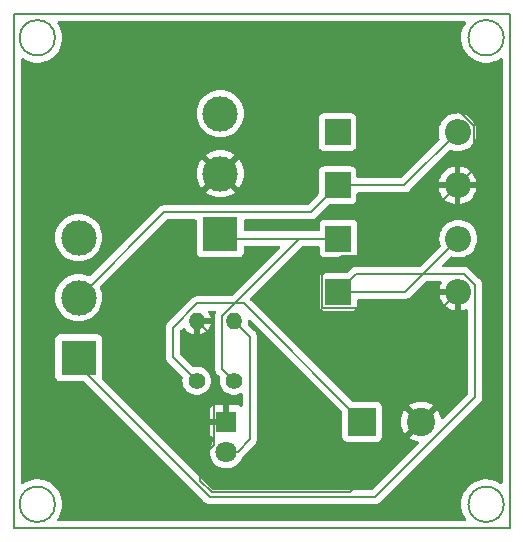
<source format=gbr>
%TF.GenerationSoftware,KiCad,Pcbnew,8.0.8*%
%TF.CreationDate,2025-01-25T14:39:54+05:30*%
%TF.ProjectId,AC to DC conveter,41432074-6f20-4444-9320-636f6e766574,rev?*%
%TF.SameCoordinates,Original*%
%TF.FileFunction,Copper,L1,Top*%
%TF.FilePolarity,Positive*%
%FSLAX46Y46*%
G04 Gerber Fmt 4.6, Leading zero omitted, Abs format (unit mm)*
G04 Created by KiCad (PCBNEW 8.0.8) date 2025-01-25 14:39:54*
%MOMM*%
%LPD*%
G01*
G04 APERTURE LIST*
%TA.AperFunction,NonConductor*%
%ADD10C,0.200000*%
%TD*%
%TA.AperFunction,ComponentPad*%
%ADD11C,1.400000*%
%TD*%
%TA.AperFunction,ComponentPad*%
%ADD12O,1.400000X1.400000*%
%TD*%
%TA.AperFunction,ComponentPad*%
%ADD13R,3.000000X3.000000*%
%TD*%
%TA.AperFunction,ComponentPad*%
%ADD14C,3.000000*%
%TD*%
%TA.AperFunction,ComponentPad*%
%ADD15R,1.800000X1.800000*%
%TD*%
%TA.AperFunction,ComponentPad*%
%ADD16C,1.800000*%
%TD*%
%TA.AperFunction,ComponentPad*%
%ADD17R,2.200000X2.200000*%
%TD*%
%TA.AperFunction,ComponentPad*%
%ADD18O,2.200000X2.200000*%
%TD*%
%TA.AperFunction,ComponentPad*%
%ADD19R,2.400000X2.400000*%
%TD*%
%TA.AperFunction,ComponentPad*%
%ADD20C,2.400000*%
%TD*%
%TA.AperFunction,Conductor*%
%ADD21C,0.200000*%
%TD*%
G04 APERTURE END LIST*
D10*
X176500000Y-50000000D02*
G75*
G02*
X173500000Y-50000000I-1500000J0D01*
G01*
X173500000Y-50000000D02*
G75*
G02*
X176500000Y-50000000I1500000J0D01*
G01*
X176500000Y-89500000D02*
G75*
G02*
X173500000Y-89500000I-1500000J0D01*
G01*
X173500000Y-89500000D02*
G75*
G02*
X176500000Y-89500000I1500000J0D01*
G01*
X214500000Y-89500000D02*
G75*
G02*
X211500000Y-89500000I-1500000J0D01*
G01*
X211500000Y-89500000D02*
G75*
G02*
X214500000Y-89500000I1500000J0D01*
G01*
X214500000Y-50000000D02*
G75*
G02*
X211500000Y-50000000I-1500000J0D01*
G01*
X211500000Y-50000000D02*
G75*
G02*
X214500000Y-50000000I1500000J0D01*
G01*
X173000000Y-48000000D02*
X215000000Y-48000000D01*
X215000000Y-91500000D01*
X173000000Y-91500000D01*
X173000000Y-48000000D01*
D11*
%TO.P,R2,1*%
%TO.N,/+ve*%
X191650000Y-79040000D03*
D12*
%TO.P,R2,2*%
%TO.N,Net-(D5-A)*%
X191650000Y-73960000D03*
%TD*%
D11*
%TO.P,R1,1*%
%TO.N,/+ve*%
X188500000Y-79040000D03*
D12*
%TO.P,R1,2*%
%TO.N,GND*%
X188500000Y-73960000D03*
%TD*%
D13*
%TO.P,J2,1,Pin_1*%
%TO.N,Net-(D3-A)*%
X178500000Y-77080000D03*
D14*
%TO.P,J2,2,Pin_2*%
%TO.N,Net-(D1-A)*%
X178500000Y-72000000D03*
%TO.P,J2,3*%
%TO.N,N/C*%
X178500000Y-66920000D03*
%TD*%
D13*
%TO.P,J1,1,Pin_1*%
%TO.N,/+ve*%
X190500000Y-66580000D03*
D14*
%TO.P,J1,2,Pin_2*%
%TO.N,GND*%
X190500000Y-61500000D03*
%TO.P,J1,3*%
%TO.N,N/C*%
X190500000Y-56420000D03*
%TD*%
D15*
%TO.P,D5,1,K*%
%TO.N,GND*%
X191000000Y-82500000D03*
D16*
%TO.P,D5,2,A*%
%TO.N,Net-(D5-A)*%
X191000000Y-85040000D03*
%TD*%
D17*
%TO.P,D4,1,K*%
%TO.N,Net-(D3-A)*%
X200500000Y-71500000D03*
D18*
%TO.P,D4,2,A*%
%TO.N,GND*%
X210660000Y-71500000D03*
%TD*%
D17*
%TO.P,D3,1,K*%
%TO.N,/+ve*%
X200500000Y-67000000D03*
D18*
%TO.P,D3,2,A*%
%TO.N,Net-(D3-A)*%
X210660000Y-67000000D03*
%TD*%
D17*
%TO.P,D2,1,K*%
%TO.N,Net-(D1-A)*%
X200420000Y-62500000D03*
D18*
%TO.P,D2,2,A*%
%TO.N,GND*%
X210580000Y-62500000D03*
%TD*%
D17*
%TO.P,D1,1,K*%
%TO.N,/+ve*%
X200420000Y-58000000D03*
D18*
%TO.P,D1,2,A*%
%TO.N,Net-(D1-A)*%
X210580000Y-58000000D03*
%TD*%
D19*
%TO.P,C1,1*%
%TO.N,/+ve*%
X202500000Y-82500000D03*
D20*
%TO.P,C1,2*%
%TO.N,GND*%
X207500000Y-82500000D03*
%TD*%
D21*
%TO.N,Net-(D5-A)*%
X193000000Y-75310000D02*
X191650000Y-73960000D01*
X191960000Y-85040000D02*
X193000000Y-84000000D01*
X193000000Y-84000000D02*
X193000000Y-75310000D01*
X191000000Y-85040000D02*
X191960000Y-85040000D01*
%TO.N,GND*%
X212000000Y-61080000D02*
X210580000Y-62500000D01*
X212000000Y-57440101D02*
X212000000Y-61080000D01*
X206059899Y-51500000D02*
X212000000Y-57440101D01*
X200500000Y-51500000D02*
X206059899Y-51500000D01*
X190500000Y-61500000D02*
X200500000Y-51500000D01*
%TO.N,Net-(D1-A)*%
X185720000Y-64780000D02*
X198140000Y-64780000D01*
X178500000Y-72000000D02*
X185720000Y-64780000D01*
X198140000Y-64780000D02*
X200420000Y-62500000D01*
%TO.N,GND*%
X199100000Y-72900000D02*
X209260000Y-72900000D01*
X200700000Y-68500000D02*
X199100000Y-70100000D01*
X209260000Y-72900000D02*
X210660000Y-71500000D01*
X204580000Y-68500000D02*
X200700000Y-68500000D01*
X210580000Y-62500000D02*
X204580000Y-68500000D01*
X199100000Y-70100000D02*
X199100000Y-72900000D01*
%TO.N,Net-(D1-A)*%
X200420000Y-62500000D02*
X206080000Y-62500000D01*
X206080000Y-62500000D02*
X210580000Y-58000000D01*
%TO.N,/+ve*%
X190920000Y-67000000D02*
X190500000Y-66580000D01*
X200500000Y-67000000D02*
X190920000Y-67000000D01*
X190650000Y-78040000D02*
X191650000Y-79040000D01*
X190650000Y-73545786D02*
X190650000Y-78040000D01*
X197195786Y-67000000D02*
X190650000Y-73545786D01*
X200500000Y-67000000D02*
X197195786Y-67000000D01*
%TO.N,Net-(D3-A)*%
X200500000Y-71500000D02*
X206160000Y-71500000D01*
X206160000Y-71500000D02*
X210660000Y-67000000D01*
X202000000Y-70000000D02*
X200500000Y-71500000D01*
X211139899Y-70000000D02*
X202000000Y-70000000D01*
X212060000Y-70920101D02*
X211139899Y-70000000D01*
X212060000Y-80440000D02*
X212060000Y-70920101D01*
X203600000Y-88900000D02*
X212060000Y-80440000D01*
X189637257Y-88900000D02*
X203600000Y-88900000D01*
X178500000Y-77762743D02*
X189637257Y-88900000D01*
X178500000Y-77080000D02*
X178500000Y-77762743D01*
%TO.N,GND*%
X190000000Y-75460000D02*
X188500000Y-73960000D01*
X190000000Y-84460000D02*
X190000000Y-75460000D01*
%TO.N,/+ve*%
X192500000Y-72500000D02*
X202500000Y-82500000D01*
X188545786Y-72500000D02*
X192500000Y-72500000D01*
X186500000Y-77040000D02*
X186500000Y-74545786D01*
X186500000Y-74545786D02*
X188545786Y-72500000D01*
X188500000Y-79040000D02*
X186500000Y-77040000D01*
%TO.N,GND*%
X210660000Y-79340000D02*
X210660000Y-71500000D01*
X207500000Y-82500000D02*
X210660000Y-79340000D01*
X201500000Y-88500000D02*
X207500000Y-82500000D01*
X189802943Y-88500000D02*
X201500000Y-88500000D01*
X188800000Y-85660000D02*
X188800000Y-87497057D01*
X190000000Y-84460000D02*
X188800000Y-85660000D01*
X188800000Y-87497057D02*
X189802943Y-88500000D01*
%TD*%
%TA.AperFunction,Conductor*%
%TO.N,GND*%
G36*
X211244519Y-48620185D02*
G01*
X211290274Y-48672989D01*
X211300218Y-48742147D01*
X211278784Y-48796008D01*
X211201103Y-48906056D01*
X211201099Y-48906062D01*
X211068894Y-49161206D01*
X210972667Y-49431962D01*
X210972666Y-49431965D01*
X210914201Y-49713319D01*
X210894592Y-50000000D01*
X210914201Y-50286680D01*
X210914201Y-50286684D01*
X210914202Y-50286686D01*
X210933000Y-50377147D01*
X210972666Y-50568034D01*
X210972667Y-50568037D01*
X211068894Y-50838793D01*
X211068893Y-50838793D01*
X211201098Y-51093935D01*
X211366812Y-51328700D01*
X211451923Y-51419831D01*
X211562947Y-51538708D01*
X211785853Y-51720055D01*
X211963151Y-51827873D01*
X212031382Y-51869365D01*
X212218237Y-51950526D01*
X212294942Y-51983844D01*
X212571642Y-52061371D01*
X212821920Y-52095771D01*
X212856321Y-52100500D01*
X212856322Y-52100500D01*
X213143679Y-52100500D01*
X213174370Y-52096281D01*
X213428358Y-52061371D01*
X213705058Y-51983844D01*
X213818015Y-51934779D01*
X213968617Y-51869365D01*
X213968620Y-51869363D01*
X213968625Y-51869361D01*
X214211072Y-51721924D01*
X214278579Y-51703911D01*
X214345109Y-51725254D01*
X214389539Y-51779178D01*
X214399500Y-51827873D01*
X214399500Y-87672126D01*
X214379815Y-87739165D01*
X214327011Y-87784920D01*
X214257853Y-87794864D01*
X214211072Y-87778074D01*
X213968623Y-87630637D01*
X213968618Y-87630635D01*
X213705063Y-87516158D01*
X213705061Y-87516157D01*
X213705058Y-87516156D01*
X213575578Y-87479877D01*
X213428364Y-87438630D01*
X213428359Y-87438629D01*
X213428358Y-87438629D01*
X213286018Y-87419064D01*
X213143679Y-87399500D01*
X213143678Y-87399500D01*
X212856322Y-87399500D01*
X212856321Y-87399500D01*
X212571642Y-87438629D01*
X212571635Y-87438630D01*
X212363861Y-87496845D01*
X212294942Y-87516156D01*
X212294939Y-87516156D01*
X212294936Y-87516158D01*
X212294935Y-87516158D01*
X212031382Y-87630634D01*
X211785853Y-87779944D01*
X211562950Y-87961289D01*
X211366812Y-88171299D01*
X211201098Y-88406064D01*
X211068894Y-88661206D01*
X210972667Y-88931962D01*
X210972666Y-88931965D01*
X210914201Y-89213319D01*
X210894592Y-89500000D01*
X210914201Y-89786680D01*
X210914201Y-89786684D01*
X210914202Y-89786686D01*
X210933000Y-89877147D01*
X210972666Y-90068034D01*
X210972667Y-90068037D01*
X211068894Y-90338793D01*
X211068893Y-90338793D01*
X211201099Y-90593937D01*
X211201103Y-90593943D01*
X211278784Y-90703992D01*
X211301363Y-90770113D01*
X211284609Y-90837944D01*
X211233843Y-90885950D01*
X211177480Y-90899500D01*
X176822520Y-90899500D01*
X176755481Y-90879815D01*
X176709726Y-90827011D01*
X176699782Y-90757853D01*
X176721216Y-90703992D01*
X176798896Y-90593943D01*
X176798900Y-90593937D01*
X176798901Y-90593936D01*
X176931104Y-90338797D01*
X177027334Y-90068032D01*
X177085798Y-89786686D01*
X177105408Y-89500000D01*
X177085798Y-89213314D01*
X177027334Y-88931968D01*
X176931105Y-88661206D01*
X176931106Y-88661206D01*
X176798901Y-88406064D01*
X176633187Y-88171299D01*
X176554554Y-88087105D01*
X176437053Y-87961292D01*
X176308452Y-87856667D01*
X176214146Y-87779944D01*
X175968617Y-87630634D01*
X175705063Y-87516158D01*
X175705061Y-87516157D01*
X175705058Y-87516156D01*
X175575578Y-87479877D01*
X175428364Y-87438630D01*
X175428359Y-87438629D01*
X175428358Y-87438629D01*
X175286018Y-87419064D01*
X175143679Y-87399500D01*
X175143678Y-87399500D01*
X174856322Y-87399500D01*
X174856321Y-87399500D01*
X174571642Y-87438629D01*
X174571635Y-87438630D01*
X174363861Y-87496845D01*
X174294942Y-87516156D01*
X174294939Y-87516156D01*
X174294936Y-87516158D01*
X174294935Y-87516158D01*
X174031381Y-87630635D01*
X174031376Y-87630637D01*
X173788928Y-87778074D01*
X173721421Y-87796088D01*
X173654891Y-87774745D01*
X173610461Y-87720821D01*
X173600500Y-87672126D01*
X173600500Y-75532135D01*
X176499500Y-75532135D01*
X176499500Y-78627870D01*
X176499501Y-78627876D01*
X176505908Y-78687483D01*
X176556202Y-78822328D01*
X176556206Y-78822335D01*
X176642452Y-78937544D01*
X176642455Y-78937547D01*
X176757664Y-79023793D01*
X176757671Y-79023797D01*
X176892517Y-79074091D01*
X176892516Y-79074091D01*
X176899444Y-79074835D01*
X176952127Y-79080500D01*
X178917159Y-79080499D01*
X178984198Y-79100184D01*
X179004840Y-79116818D01*
X189152396Y-89264374D01*
X189152406Y-89264385D01*
X189156736Y-89268715D01*
X189156737Y-89268716D01*
X189268541Y-89380520D01*
X189355352Y-89430639D01*
X189355354Y-89430641D01*
X189393408Y-89452611D01*
X189405472Y-89459577D01*
X189558200Y-89500501D01*
X189558203Y-89500501D01*
X189723910Y-89500501D01*
X189723926Y-89500500D01*
X203513331Y-89500500D01*
X203513347Y-89500501D01*
X203520943Y-89500501D01*
X203679054Y-89500501D01*
X203679057Y-89500501D01*
X203831785Y-89459577D01*
X203881904Y-89430639D01*
X203968716Y-89380520D01*
X204080520Y-89268716D01*
X204080520Y-89268714D01*
X204090728Y-89258507D01*
X204090729Y-89258504D01*
X212540520Y-80808716D01*
X212619577Y-80671784D01*
X212660501Y-80519057D01*
X212660501Y-80360942D01*
X212660501Y-80353347D01*
X212660500Y-80353329D01*
X212660500Y-70841046D01*
X212660499Y-70841042D01*
X212633292Y-70739498D01*
X212633292Y-70739497D01*
X212619578Y-70688319D01*
X212619577Y-70688316D01*
X212570512Y-70603334D01*
X212568876Y-70600500D01*
X212540520Y-70551385D01*
X212428716Y-70439581D01*
X212428715Y-70439580D01*
X212424385Y-70435250D01*
X212424374Y-70435240D01*
X211627489Y-69638355D01*
X211627487Y-69638352D01*
X211508616Y-69519481D01*
X211508615Y-69519480D01*
X211421803Y-69469360D01*
X211421803Y-69469359D01*
X211421799Y-69469358D01*
X211371684Y-69440423D01*
X211218956Y-69399499D01*
X211060842Y-69399499D01*
X211053246Y-69399499D01*
X211053230Y-69399500D01*
X209409097Y-69399500D01*
X209342058Y-69379815D01*
X209296303Y-69327011D01*
X209286359Y-69257853D01*
X209315384Y-69194297D01*
X209321416Y-69187819D01*
X209764870Y-68744364D01*
X209976944Y-68532289D01*
X210038265Y-68498806D01*
X210107956Y-68503790D01*
X210112031Y-68505393D01*
X210163889Y-68526873D01*
X210408852Y-68585683D01*
X210660000Y-68605449D01*
X210911148Y-68585683D01*
X211156111Y-68526873D01*
X211388859Y-68430466D01*
X211603659Y-68298836D01*
X211795224Y-68135224D01*
X211958836Y-67943659D01*
X212090466Y-67728859D01*
X212186873Y-67496111D01*
X212245683Y-67251148D01*
X212265449Y-67000000D01*
X212245683Y-66748852D01*
X212186873Y-66503889D01*
X212125186Y-66354962D01*
X212090466Y-66271140D01*
X211958839Y-66056346D01*
X211958838Y-66056343D01*
X211921875Y-66013066D01*
X211795224Y-65864776D01*
X211668571Y-65756604D01*
X211603656Y-65701161D01*
X211603653Y-65701160D01*
X211388859Y-65569533D01*
X211156110Y-65473126D01*
X210911151Y-65414317D01*
X210660000Y-65394551D01*
X210408848Y-65414317D01*
X210163889Y-65473126D01*
X209931140Y-65569533D01*
X209716346Y-65701160D01*
X209716343Y-65701161D01*
X209524776Y-65864776D01*
X209361161Y-66056343D01*
X209361160Y-66056346D01*
X209229533Y-66271140D01*
X209133126Y-66503889D01*
X209074317Y-66748848D01*
X209054551Y-67000000D01*
X209074317Y-67251151D01*
X209133127Y-67496112D01*
X209133127Y-67496114D01*
X209154587Y-67547923D01*
X209162056Y-67617393D01*
X209130780Y-67679872D01*
X209127707Y-67683056D01*
X207447584Y-69363181D01*
X207386261Y-69396666D01*
X207359903Y-69399500D01*
X201920940Y-69399500D01*
X201880019Y-69410464D01*
X201880019Y-69410465D01*
X201842751Y-69420451D01*
X201768214Y-69440423D01*
X201768209Y-69440426D01*
X201631290Y-69519475D01*
X201631282Y-69519481D01*
X201519478Y-69631286D01*
X201287582Y-69863181D01*
X201226259Y-69896666D01*
X201199901Y-69899500D01*
X199352129Y-69899500D01*
X199352123Y-69899501D01*
X199292516Y-69905908D01*
X199157671Y-69956202D01*
X199157664Y-69956206D01*
X199042455Y-70042452D01*
X199042452Y-70042455D01*
X198956206Y-70157664D01*
X198956202Y-70157671D01*
X198905908Y-70292517D01*
X198899501Y-70352116D01*
X198899500Y-70352135D01*
X198899500Y-72647870D01*
X198899501Y-72647876D01*
X198905908Y-72707483D01*
X198956202Y-72842328D01*
X198956206Y-72842335D01*
X199042452Y-72957544D01*
X199042455Y-72957547D01*
X199157664Y-73043793D01*
X199157671Y-73043797D01*
X199292517Y-73094091D01*
X199292516Y-73094091D01*
X199299444Y-73094835D01*
X199352127Y-73100500D01*
X201647872Y-73100499D01*
X201707483Y-73094091D01*
X201842331Y-73043796D01*
X201957546Y-72957546D01*
X202043796Y-72842331D01*
X202094091Y-72707483D01*
X202100500Y-72647873D01*
X202100500Y-72224500D01*
X202120185Y-72157461D01*
X202172989Y-72111706D01*
X202224500Y-72100500D01*
X206073331Y-72100500D01*
X206073347Y-72100501D01*
X206080943Y-72100501D01*
X206239054Y-72100501D01*
X206239057Y-72100501D01*
X206391785Y-72059577D01*
X206461233Y-72019481D01*
X206528716Y-71980520D01*
X206640520Y-71868716D01*
X206640520Y-71868714D01*
X206650724Y-71858511D01*
X206650727Y-71858506D01*
X207872416Y-70636819D01*
X207933739Y-70603334D01*
X207960097Y-70600500D01*
X209115178Y-70600500D01*
X209182217Y-70620185D01*
X209227972Y-70672989D01*
X209237916Y-70742147D01*
X209229739Y-70771953D01*
X209133603Y-71004043D01*
X209074811Y-71248932D01*
X209074728Y-71249999D01*
X209074729Y-71250000D01*
X210169252Y-71250000D01*
X210147482Y-71287708D01*
X210110000Y-71427591D01*
X210110000Y-71572409D01*
X210147482Y-71712292D01*
X210169252Y-71750000D01*
X209074728Y-71750000D01*
X209074811Y-71751067D01*
X209133603Y-71995956D01*
X209229980Y-72228631D01*
X209361568Y-72443362D01*
X209361571Y-72443367D01*
X209525130Y-72634869D01*
X209716632Y-72798428D01*
X209716637Y-72798431D01*
X209931368Y-72930019D01*
X210164043Y-73026396D01*
X210408932Y-73085188D01*
X210410000Y-73085271D01*
X210410000Y-71990747D01*
X210447708Y-72012518D01*
X210587591Y-72050000D01*
X210732409Y-72050000D01*
X210872292Y-72012518D01*
X210910000Y-71990747D01*
X210910000Y-73085271D01*
X210911067Y-73085188D01*
X211155956Y-73026396D01*
X211288047Y-72971682D01*
X211357516Y-72964213D01*
X211419995Y-72995488D01*
X211455648Y-73055576D01*
X211459500Y-73086243D01*
X211459500Y-80139902D01*
X211439815Y-80206941D01*
X211423181Y-80227583D01*
X209385092Y-82265671D01*
X209323769Y-82299156D01*
X209254077Y-82294172D01*
X209198144Y-82252300D01*
X209176520Y-82205582D01*
X209129032Y-81997524D01*
X209129026Y-81997505D01*
X209035941Y-81760328D01*
X209035942Y-81760328D01*
X208908544Y-81539671D01*
X208866545Y-81487005D01*
X208064612Y-82288940D01*
X208059111Y-82268409D01*
X207980119Y-82131592D01*
X207868408Y-82019881D01*
X207731591Y-81940889D01*
X207711058Y-81935387D01*
X208513185Y-81133261D01*
X208352377Y-81023624D01*
X208352376Y-81023623D01*
X208122823Y-80913078D01*
X208122825Y-80913078D01*
X207879347Y-80837975D01*
X207879341Y-80837973D01*
X207627404Y-80800000D01*
X207372595Y-80800000D01*
X207120658Y-80837973D01*
X207120652Y-80837975D01*
X206877175Y-80913078D01*
X206647624Y-81023623D01*
X206647616Y-81023628D01*
X206486813Y-81133261D01*
X207288940Y-81935387D01*
X207268409Y-81940889D01*
X207131592Y-82019881D01*
X207019881Y-82131592D01*
X206940889Y-82268409D01*
X206935387Y-82288940D01*
X206133453Y-81487006D01*
X206091455Y-81539670D01*
X205964058Y-81760328D01*
X205870973Y-81997505D01*
X205870968Y-81997522D01*
X205814273Y-82245920D01*
X205795233Y-82499995D01*
X205795233Y-82500000D01*
X205814273Y-82754079D01*
X205870968Y-83002477D01*
X205870973Y-83002494D01*
X205964058Y-83239671D01*
X205964057Y-83239671D01*
X206091457Y-83460332D01*
X206133452Y-83512993D01*
X206935387Y-82711058D01*
X206940889Y-82731591D01*
X207019881Y-82868408D01*
X207131592Y-82980119D01*
X207268409Y-83059111D01*
X207288940Y-83064612D01*
X206486813Y-83866737D01*
X206647623Y-83976375D01*
X206647624Y-83976376D01*
X206877176Y-84086921D01*
X206877174Y-84086921D01*
X207120652Y-84162024D01*
X207120658Y-84162026D01*
X207197638Y-84173629D01*
X207260995Y-84203085D01*
X207298369Y-84262119D01*
X207297894Y-84331987D01*
X207266838Y-84383925D01*
X203387584Y-88263181D01*
X203326261Y-88296666D01*
X203299903Y-88299500D01*
X189937354Y-88299500D01*
X189870315Y-88279815D01*
X189849673Y-88263181D01*
X180490644Y-78904152D01*
X180457159Y-78842829D01*
X180462142Y-78773140D01*
X180494091Y-78687483D01*
X180500500Y-78627873D01*
X180500499Y-75532128D01*
X180494091Y-75472517D01*
X180443796Y-75337669D01*
X180443795Y-75337668D01*
X180443793Y-75337664D01*
X180357547Y-75222455D01*
X180357544Y-75222452D01*
X180242335Y-75136206D01*
X180242328Y-75136202D01*
X180107482Y-75085908D01*
X180107483Y-75085908D01*
X180047883Y-75079501D01*
X180047881Y-75079500D01*
X180047873Y-75079500D01*
X180047864Y-75079500D01*
X176952129Y-75079500D01*
X176952123Y-75079501D01*
X176892516Y-75085908D01*
X176757671Y-75136202D01*
X176757664Y-75136206D01*
X176642455Y-75222452D01*
X176642452Y-75222455D01*
X176556206Y-75337664D01*
X176556202Y-75337671D01*
X176505908Y-75472517D01*
X176500544Y-75522416D01*
X176499501Y-75532123D01*
X176499500Y-75532135D01*
X173600500Y-75532135D01*
X173600500Y-71999998D01*
X176494390Y-71999998D01*
X176494390Y-72000001D01*
X176514804Y-72285433D01*
X176575628Y-72565037D01*
X176575630Y-72565043D01*
X176575631Y-72565046D01*
X176675633Y-72833161D01*
X176675635Y-72833166D01*
X176812770Y-73084309D01*
X176812775Y-73084317D01*
X176984254Y-73313387D01*
X176984270Y-73313405D01*
X177186594Y-73515729D01*
X177186612Y-73515745D01*
X177415682Y-73687224D01*
X177415690Y-73687229D01*
X177666833Y-73824364D01*
X177666832Y-73824364D01*
X177666836Y-73824365D01*
X177666839Y-73824367D01*
X177934954Y-73924369D01*
X177934960Y-73924370D01*
X177934962Y-73924371D01*
X178214566Y-73985195D01*
X178214568Y-73985195D01*
X178214572Y-73985196D01*
X178468220Y-74003337D01*
X178499999Y-74005610D01*
X178500000Y-74005610D01*
X178500001Y-74005610D01*
X178528595Y-74003564D01*
X178785428Y-73985196D01*
X178849740Y-73971206D01*
X179065037Y-73924371D01*
X179065037Y-73924370D01*
X179065046Y-73924369D01*
X179333161Y-73824367D01*
X179584315Y-73687226D01*
X179813395Y-73515739D01*
X180015739Y-73313395D01*
X180187226Y-73084315D01*
X180324367Y-72833161D01*
X180424369Y-72565046D01*
X180485196Y-72285428D01*
X180505610Y-72000000D01*
X180485196Y-71714572D01*
X180465493Y-71624000D01*
X180424371Y-71434962D01*
X180424370Y-71434960D01*
X180424369Y-71434954D01*
X180324367Y-71166839D01*
X180318709Y-71156478D01*
X180303858Y-71088208D01*
X180328275Y-71022743D01*
X180339854Y-71009379D01*
X185932416Y-65416819D01*
X185993739Y-65383334D01*
X186020097Y-65380500D01*
X188375500Y-65380500D01*
X188442539Y-65400185D01*
X188488294Y-65452989D01*
X188499500Y-65504500D01*
X188499500Y-68127870D01*
X188499501Y-68127876D01*
X188505908Y-68187483D01*
X188556202Y-68322328D01*
X188556206Y-68322335D01*
X188642452Y-68437544D01*
X188642455Y-68437547D01*
X188757664Y-68523793D01*
X188757671Y-68523797D01*
X188892517Y-68574091D01*
X188892516Y-68574091D01*
X188899444Y-68574835D01*
X188952127Y-68580500D01*
X192047872Y-68580499D01*
X192107483Y-68574091D01*
X192242331Y-68523796D01*
X192357546Y-68437546D01*
X192443796Y-68322331D01*
X192494091Y-68187483D01*
X192500500Y-68127873D01*
X192500500Y-67724500D01*
X192520185Y-67657461D01*
X192572989Y-67611706D01*
X192624500Y-67600500D01*
X195446689Y-67600500D01*
X195513728Y-67620185D01*
X195559483Y-67672989D01*
X195569427Y-67742147D01*
X195540402Y-67805703D01*
X195534370Y-67812181D01*
X191483370Y-71863181D01*
X191422047Y-71896666D01*
X191395689Y-71899500D01*
X188624843Y-71899500D01*
X188466728Y-71899500D01*
X188314001Y-71940423D01*
X188314000Y-71940423D01*
X188313998Y-71940424D01*
X188313995Y-71940425D01*
X188263882Y-71969359D01*
X188263881Y-71969360D01*
X188220475Y-71994420D01*
X188177071Y-72019479D01*
X188177070Y-72019480D01*
X186019481Y-74177068D01*
X186019479Y-74177071D01*
X186005976Y-74200460D01*
X185971165Y-74260756D01*
X185969361Y-74263880D01*
X185969359Y-74263882D01*
X185940425Y-74313995D01*
X185940424Y-74313996D01*
X185940423Y-74314001D01*
X185899499Y-74466729D01*
X185899499Y-74466731D01*
X185899499Y-74634832D01*
X185899500Y-74634845D01*
X185899500Y-76953330D01*
X185899499Y-76953348D01*
X185899499Y-77119054D01*
X185899498Y-77119054D01*
X185940424Y-77271788D01*
X185946448Y-77282221D01*
X185946450Y-77282224D01*
X186019477Y-77408712D01*
X186019481Y-77408717D01*
X186138349Y-77527585D01*
X186138355Y-77527590D01*
X187288685Y-78677920D01*
X187322170Y-78739243D01*
X187320271Y-78799532D01*
X187314885Y-78818462D01*
X187294357Y-79039999D01*
X187294357Y-79040000D01*
X187314884Y-79261535D01*
X187314885Y-79261537D01*
X187375769Y-79475523D01*
X187375775Y-79475538D01*
X187474938Y-79674683D01*
X187474943Y-79674691D01*
X187609020Y-79852238D01*
X187773437Y-80002123D01*
X187773439Y-80002125D01*
X187962595Y-80119245D01*
X187962596Y-80119245D01*
X187962599Y-80119247D01*
X188170060Y-80199618D01*
X188388757Y-80240500D01*
X188388759Y-80240500D01*
X188611241Y-80240500D01*
X188611243Y-80240500D01*
X188829940Y-80199618D01*
X189037401Y-80119247D01*
X189226562Y-80002124D01*
X189390981Y-79852236D01*
X189525058Y-79674689D01*
X189624229Y-79475528D01*
X189685115Y-79261536D01*
X189705643Y-79040000D01*
X189696149Y-78937547D01*
X189685115Y-78818464D01*
X189685114Y-78818462D01*
X189662574Y-78739243D01*
X189624229Y-78604472D01*
X189624224Y-78604461D01*
X189525061Y-78405316D01*
X189525056Y-78405308D01*
X189390979Y-78227761D01*
X189226562Y-78077876D01*
X189226560Y-78077874D01*
X189037404Y-77960754D01*
X189037398Y-77960752D01*
X188829940Y-77880382D01*
X188611243Y-77839500D01*
X188388757Y-77839500D01*
X188318734Y-77852589D01*
X188250783Y-77865291D01*
X188181268Y-77858259D01*
X188140318Y-77831083D01*
X187136819Y-76827584D01*
X187103334Y-76766261D01*
X187100500Y-76739903D01*
X187100500Y-74845882D01*
X187120185Y-74778843D01*
X187136814Y-74758206D01*
X187299412Y-74595608D01*
X187360733Y-74562125D01*
X187430425Y-74567109D01*
X187486045Y-74608564D01*
X187609391Y-74771899D01*
X187773738Y-74921721D01*
X187962820Y-75038797D01*
X187962822Y-75038798D01*
X188170195Y-75119135D01*
X188250000Y-75134052D01*
X188750000Y-75134052D01*
X188829804Y-75119135D01*
X189037177Y-75038798D01*
X189037179Y-75038797D01*
X189226261Y-74921721D01*
X189390608Y-74771900D01*
X189524631Y-74594425D01*
X189623760Y-74395349D01*
X189676495Y-74210000D01*
X188750000Y-74210000D01*
X188750000Y-75134052D01*
X188250000Y-75134052D01*
X188250000Y-74204975D01*
X188285095Y-74240070D01*
X188364905Y-74286148D01*
X188453922Y-74310000D01*
X188546078Y-74310000D01*
X188635095Y-74286148D01*
X188714905Y-74240070D01*
X188780070Y-74174905D01*
X188826148Y-74095095D01*
X188850000Y-74006078D01*
X188850000Y-73913922D01*
X188826148Y-73824905D01*
X188780070Y-73745095D01*
X188744975Y-73710000D01*
X189676495Y-73710000D01*
X189623760Y-73524650D01*
X189524631Y-73325574D01*
X189504735Y-73299227D01*
X189480043Y-73233866D01*
X189494608Y-73165531D01*
X189543805Y-73115918D01*
X189603689Y-73100500D01*
X189998914Y-73100500D01*
X190065953Y-73120185D01*
X190111708Y-73172989D01*
X190121652Y-73242147D01*
X190106300Y-73286502D01*
X190090424Y-73313998D01*
X190090423Y-73314000D01*
X190090423Y-73314001D01*
X190049499Y-73466729D01*
X190049499Y-73466731D01*
X190049499Y-73634832D01*
X190049500Y-73634845D01*
X190049500Y-77953330D01*
X190049499Y-77953348D01*
X190049499Y-78119054D01*
X190049498Y-78119054D01*
X190090423Y-78271787D01*
X190098802Y-78286298D01*
X190098801Y-78286298D01*
X190098803Y-78286300D01*
X190169475Y-78408709D01*
X190169481Y-78408717D01*
X190288349Y-78527585D01*
X190288355Y-78527590D01*
X190438685Y-78677920D01*
X190472170Y-78739243D01*
X190470271Y-78799532D01*
X190464885Y-78818462D01*
X190444357Y-79039999D01*
X190444357Y-79040000D01*
X190464884Y-79261535D01*
X190464885Y-79261537D01*
X190525769Y-79475523D01*
X190525775Y-79475538D01*
X190624938Y-79674683D01*
X190624943Y-79674691D01*
X190759020Y-79852238D01*
X190923437Y-80002123D01*
X190923439Y-80002125D01*
X191112595Y-80119245D01*
X191112596Y-80119245D01*
X191112599Y-80119247D01*
X191320060Y-80199618D01*
X191538757Y-80240500D01*
X191538759Y-80240500D01*
X191761241Y-80240500D01*
X191761243Y-80240500D01*
X191979940Y-80199618D01*
X192187401Y-80119247D01*
X192210222Y-80105116D01*
X192277582Y-80086560D01*
X192344281Y-80107368D01*
X192389143Y-80160933D01*
X192399500Y-80210543D01*
X192399500Y-81101622D01*
X192379815Y-81168661D01*
X192327011Y-81214416D01*
X192257853Y-81224360D01*
X192201189Y-81200889D01*
X192142089Y-81156647D01*
X192142086Y-81156645D01*
X192007379Y-81106403D01*
X192007372Y-81106401D01*
X191947844Y-81100000D01*
X191250000Y-81100000D01*
X191250000Y-82124722D01*
X191173694Y-82080667D01*
X191059244Y-82050000D01*
X190940756Y-82050000D01*
X190826306Y-82080667D01*
X190750000Y-82124722D01*
X190750000Y-81100000D01*
X190052155Y-81100000D01*
X189992627Y-81106401D01*
X189992620Y-81106403D01*
X189857913Y-81156645D01*
X189857906Y-81156649D01*
X189742812Y-81242809D01*
X189742809Y-81242812D01*
X189656649Y-81357906D01*
X189656645Y-81357913D01*
X189606403Y-81492620D01*
X189606401Y-81492627D01*
X189600000Y-81552155D01*
X189600000Y-82250000D01*
X190624722Y-82250000D01*
X190580667Y-82326306D01*
X190550000Y-82440756D01*
X190550000Y-82559244D01*
X190580667Y-82673694D01*
X190624722Y-82750000D01*
X189600000Y-82750000D01*
X189600000Y-83447844D01*
X189606401Y-83507372D01*
X189606403Y-83507379D01*
X189656645Y-83642086D01*
X189656649Y-83642093D01*
X189742809Y-83757187D01*
X189742812Y-83757190D01*
X189857906Y-83843350D01*
X189857913Y-83843354D01*
X189938270Y-83873325D01*
X189994204Y-83915196D01*
X190018621Y-83980660D01*
X190003770Y-84048933D01*
X189986168Y-84073489D01*
X189948295Y-84114629D01*
X189891021Y-84176847D01*
X189891019Y-84176848D01*
X189891016Y-84176853D01*
X189764075Y-84371151D01*
X189670842Y-84583699D01*
X189613866Y-84808691D01*
X189613864Y-84808702D01*
X189594700Y-85039993D01*
X189594700Y-85040006D01*
X189613864Y-85271297D01*
X189613866Y-85271308D01*
X189670842Y-85496300D01*
X189764075Y-85708848D01*
X189891016Y-85903147D01*
X189891019Y-85903151D01*
X189891021Y-85903153D01*
X190048216Y-86073913D01*
X190048219Y-86073915D01*
X190048222Y-86073918D01*
X190231365Y-86216464D01*
X190231371Y-86216468D01*
X190231374Y-86216470D01*
X190435497Y-86326936D01*
X190549487Y-86366068D01*
X190655015Y-86402297D01*
X190655017Y-86402297D01*
X190655019Y-86402298D01*
X190883951Y-86440500D01*
X190883952Y-86440500D01*
X191116048Y-86440500D01*
X191116049Y-86440500D01*
X191344981Y-86402298D01*
X191564503Y-86326936D01*
X191768626Y-86216470D01*
X191951784Y-86073913D01*
X192108979Y-85903153D01*
X192235924Y-85708849D01*
X192301200Y-85560032D01*
X192327075Y-85522161D01*
X192352936Y-85496300D01*
X192440520Y-85408716D01*
X192440520Y-85408714D01*
X192450724Y-85398511D01*
X192450728Y-85398506D01*
X193368713Y-84480521D01*
X193368716Y-84480520D01*
X193480520Y-84368716D01*
X193530639Y-84281904D01*
X193559577Y-84231785D01*
X193600500Y-84079057D01*
X193600500Y-83920943D01*
X193600500Y-75230943D01*
X193598226Y-75222454D01*
X193559577Y-75078215D01*
X193529606Y-75026305D01*
X193480520Y-74941284D01*
X193368716Y-74829480D01*
X193368715Y-74829479D01*
X193364385Y-74825149D01*
X193364374Y-74825139D01*
X192861314Y-74322079D01*
X192827829Y-74260756D01*
X192829730Y-74200460D01*
X192835115Y-74181536D01*
X192852906Y-73989531D01*
X192878692Y-73924596D01*
X192935492Y-73883908D01*
X193005273Y-73880388D01*
X193064057Y-73913292D01*
X196917024Y-77766260D01*
X200763181Y-81612417D01*
X200796666Y-81673740D01*
X200799500Y-81700098D01*
X200799500Y-83747870D01*
X200799501Y-83747876D01*
X200805908Y-83807483D01*
X200856202Y-83942328D01*
X200856206Y-83942335D01*
X200942452Y-84057544D01*
X200942455Y-84057547D01*
X201057664Y-84143793D01*
X201057671Y-84143797D01*
X201192517Y-84194091D01*
X201192516Y-84194091D01*
X201199444Y-84194835D01*
X201252127Y-84200500D01*
X203747872Y-84200499D01*
X203807483Y-84194091D01*
X203942331Y-84143796D01*
X204057546Y-84057546D01*
X204143796Y-83942331D01*
X204194091Y-83807483D01*
X204200500Y-83747873D01*
X204200499Y-81252128D01*
X204194091Y-81192517D01*
X204185193Y-81168661D01*
X204143797Y-81057671D01*
X204143793Y-81057664D01*
X204057547Y-80942455D01*
X204057544Y-80942452D01*
X203942335Y-80856206D01*
X203942328Y-80856202D01*
X203807482Y-80805908D01*
X203807483Y-80805908D01*
X203747883Y-80799501D01*
X203747881Y-80799500D01*
X203747873Y-80799500D01*
X203747865Y-80799500D01*
X201700098Y-80799500D01*
X201633059Y-80779815D01*
X201612417Y-80763181D01*
X193034808Y-72185573D01*
X193001323Y-72124250D01*
X193006307Y-72054558D01*
X193034806Y-72010213D01*
X197408202Y-67636819D01*
X197469525Y-67603334D01*
X197495883Y-67600500D01*
X198775501Y-67600500D01*
X198842540Y-67620185D01*
X198888295Y-67672989D01*
X198899501Y-67724500D01*
X198899501Y-68147876D01*
X198905908Y-68207483D01*
X198956202Y-68342328D01*
X198956206Y-68342335D01*
X199042452Y-68457544D01*
X199042455Y-68457547D01*
X199157664Y-68543793D01*
X199157671Y-68543797D01*
X199292517Y-68594091D01*
X199292516Y-68594091D01*
X199299444Y-68594835D01*
X199352127Y-68600500D01*
X201647872Y-68600499D01*
X201707483Y-68594091D01*
X201842331Y-68543796D01*
X201957546Y-68457546D01*
X202043796Y-68342331D01*
X202094091Y-68207483D01*
X202100500Y-68147873D01*
X202100499Y-65852128D01*
X202094091Y-65792517D01*
X202060017Y-65701161D01*
X202043797Y-65657671D01*
X202043793Y-65657664D01*
X201957547Y-65542455D01*
X201957544Y-65542452D01*
X201842335Y-65456206D01*
X201842328Y-65456202D01*
X201707482Y-65405908D01*
X201707483Y-65405908D01*
X201647883Y-65399501D01*
X201647881Y-65399500D01*
X201647873Y-65399500D01*
X201647864Y-65399500D01*
X199352129Y-65399500D01*
X199352123Y-65399501D01*
X199292516Y-65405908D01*
X199157671Y-65456202D01*
X199157664Y-65456206D01*
X199042455Y-65542452D01*
X199042452Y-65542455D01*
X198956206Y-65657664D01*
X198956202Y-65657671D01*
X198905908Y-65792517D01*
X198901267Y-65835690D01*
X198899501Y-65852123D01*
X198899500Y-65852135D01*
X198899500Y-66275500D01*
X198879815Y-66342539D01*
X198827011Y-66388294D01*
X198775500Y-66399500D01*
X192624499Y-66399500D01*
X192557460Y-66379815D01*
X192511705Y-66327011D01*
X192500499Y-66275500D01*
X192500499Y-65504500D01*
X192520184Y-65437461D01*
X192572988Y-65391706D01*
X192624499Y-65380500D01*
X198053331Y-65380500D01*
X198053347Y-65380501D01*
X198060943Y-65380501D01*
X198219054Y-65380501D01*
X198219057Y-65380501D01*
X198371785Y-65339577D01*
X198421904Y-65310639D01*
X198508716Y-65260520D01*
X198620520Y-65148716D01*
X198620520Y-65148714D01*
X198630728Y-65138507D01*
X198630730Y-65138504D01*
X199632416Y-64136818D01*
X199693739Y-64103333D01*
X199720097Y-64100499D01*
X201567871Y-64100499D01*
X201567872Y-64100499D01*
X201627483Y-64094091D01*
X201762331Y-64043796D01*
X201877546Y-63957546D01*
X201963796Y-63842331D01*
X202014091Y-63707483D01*
X202020500Y-63647873D01*
X202020500Y-63224500D01*
X202040185Y-63157461D01*
X202092989Y-63111706D01*
X202144500Y-63100500D01*
X205993331Y-63100500D01*
X205993347Y-63100501D01*
X206000943Y-63100501D01*
X206159054Y-63100501D01*
X206159057Y-63100501D01*
X206311785Y-63059577D01*
X206361904Y-63030639D01*
X206448716Y-62980520D01*
X206560520Y-62868716D01*
X206560520Y-62868714D01*
X206570728Y-62858507D01*
X206570730Y-62858504D01*
X207179235Y-62249999D01*
X208994728Y-62249999D01*
X208994729Y-62250000D01*
X210089252Y-62250000D01*
X210067482Y-62287708D01*
X210030000Y-62427591D01*
X210030000Y-62572409D01*
X210067482Y-62712292D01*
X210089252Y-62750000D01*
X208994728Y-62750000D01*
X208994811Y-62751067D01*
X209053603Y-62995956D01*
X209149980Y-63228631D01*
X209281568Y-63443362D01*
X209281571Y-63443367D01*
X209445130Y-63634869D01*
X209636632Y-63798428D01*
X209636637Y-63798431D01*
X209851368Y-63930019D01*
X210084043Y-64026396D01*
X210328932Y-64085188D01*
X210329999Y-64085271D01*
X210330000Y-64085271D01*
X210330000Y-62990747D01*
X210367708Y-63012518D01*
X210507591Y-63050000D01*
X210652409Y-63050000D01*
X210792292Y-63012518D01*
X210830000Y-62990747D01*
X210830000Y-64085271D01*
X210831067Y-64085188D01*
X211075956Y-64026396D01*
X211308631Y-63930019D01*
X211523362Y-63798431D01*
X211523367Y-63798428D01*
X211714869Y-63634869D01*
X211878428Y-63443367D01*
X211878431Y-63443362D01*
X212010019Y-63228631D01*
X212106396Y-62995956D01*
X212165188Y-62751067D01*
X212165272Y-62750000D01*
X211070748Y-62750000D01*
X211092518Y-62712292D01*
X211130000Y-62572409D01*
X211130000Y-62427591D01*
X211092518Y-62287708D01*
X211070748Y-62250000D01*
X212165271Y-62250000D01*
X212165271Y-62249999D01*
X212165188Y-62248932D01*
X212106396Y-62004043D01*
X212010019Y-61771368D01*
X211878431Y-61556637D01*
X211878428Y-61556632D01*
X211714869Y-61365130D01*
X211523367Y-61201571D01*
X211523362Y-61201568D01*
X211308631Y-61069980D01*
X211075956Y-60973603D01*
X210831064Y-60914811D01*
X210830000Y-60914726D01*
X210830000Y-62009252D01*
X210792292Y-61987482D01*
X210652409Y-61950000D01*
X210507591Y-61950000D01*
X210367708Y-61987482D01*
X210330000Y-62009252D01*
X210330000Y-60914726D01*
X210328935Y-60914811D01*
X210084043Y-60973603D01*
X209851368Y-61069980D01*
X209636637Y-61201568D01*
X209636632Y-61201571D01*
X209445130Y-61365130D01*
X209281571Y-61556632D01*
X209281568Y-61556637D01*
X209149980Y-61771368D01*
X209053603Y-62004043D01*
X208994811Y-62248932D01*
X208994728Y-62249999D01*
X207179235Y-62249999D01*
X209896944Y-59532289D01*
X209958265Y-59498806D01*
X210027957Y-59503790D01*
X210032031Y-59505393D01*
X210083889Y-59526873D01*
X210328852Y-59585683D01*
X210580000Y-59605449D01*
X210831148Y-59585683D01*
X211076111Y-59526873D01*
X211308859Y-59430466D01*
X211523659Y-59298836D01*
X211715224Y-59135224D01*
X211878836Y-58943659D01*
X212010466Y-58728859D01*
X212106873Y-58496111D01*
X212165683Y-58251148D01*
X212185449Y-58000000D01*
X212165683Y-57748852D01*
X212106873Y-57503889D01*
X212010466Y-57271141D01*
X212010466Y-57271140D01*
X211878839Y-57056346D01*
X211878838Y-57056343D01*
X211817944Y-56985046D01*
X211715224Y-56864776D01*
X211588571Y-56756604D01*
X211523656Y-56701161D01*
X211523653Y-56701160D01*
X211308859Y-56569533D01*
X211076110Y-56473126D01*
X210831151Y-56414317D01*
X210580000Y-56394551D01*
X210328848Y-56414317D01*
X210083889Y-56473126D01*
X209851140Y-56569533D01*
X209636346Y-56701160D01*
X209636343Y-56701161D01*
X209444776Y-56864776D01*
X209281161Y-57056343D01*
X209281160Y-57056346D01*
X209149533Y-57271140D01*
X209053126Y-57503889D01*
X208994317Y-57748848D01*
X208974551Y-58000000D01*
X208994317Y-58251151D01*
X209053127Y-58496112D01*
X209053127Y-58496114D01*
X209074587Y-58547923D01*
X209082056Y-58617393D01*
X209050780Y-58679872D01*
X209047707Y-58683056D01*
X205867584Y-61863181D01*
X205806261Y-61896666D01*
X205779903Y-61899500D01*
X202144499Y-61899500D01*
X202077460Y-61879815D01*
X202031705Y-61827011D01*
X202020499Y-61775500D01*
X202020499Y-61352129D01*
X202020498Y-61352123D01*
X202020497Y-61352116D01*
X202014091Y-61292517D01*
X202008794Y-61278316D01*
X201963797Y-61157671D01*
X201963793Y-61157664D01*
X201877547Y-61042455D01*
X201877544Y-61042452D01*
X201762335Y-60956206D01*
X201762328Y-60956202D01*
X201627482Y-60905908D01*
X201627483Y-60905908D01*
X201567883Y-60899501D01*
X201567881Y-60899500D01*
X201567873Y-60899500D01*
X201567864Y-60899500D01*
X199272129Y-60899500D01*
X199272123Y-60899501D01*
X199212516Y-60905908D01*
X199077671Y-60956202D01*
X199077664Y-60956206D01*
X198962455Y-61042452D01*
X198962452Y-61042455D01*
X198876206Y-61157664D01*
X198876202Y-61157671D01*
X198825908Y-61292517D01*
X198819501Y-61352116D01*
X198819501Y-61352123D01*
X198819500Y-61352135D01*
X198819500Y-63199902D01*
X198799815Y-63266941D01*
X198783181Y-63287583D01*
X197927584Y-64143181D01*
X197866261Y-64176666D01*
X197839903Y-64179500D01*
X185806669Y-64179500D01*
X185806653Y-64179499D01*
X185799057Y-64179499D01*
X185640943Y-64179499D01*
X185533587Y-64208265D01*
X185488210Y-64220424D01*
X185488209Y-64220425D01*
X185438096Y-64249359D01*
X185438095Y-64249360D01*
X185394689Y-64274420D01*
X185351285Y-64299479D01*
X185351282Y-64299481D01*
X185239478Y-64411286D01*
X179490626Y-70160137D01*
X179429303Y-70193622D01*
X179359611Y-70188638D01*
X179343517Y-70181288D01*
X179333163Y-70175634D01*
X179333162Y-70175633D01*
X179333161Y-70175633D01*
X179065046Y-70075631D01*
X179065043Y-70075630D01*
X179065037Y-70075628D01*
X178785433Y-70014804D01*
X178500001Y-69994390D01*
X178499999Y-69994390D01*
X178214566Y-70014804D01*
X177934962Y-70075628D01*
X177666833Y-70175635D01*
X177415690Y-70312770D01*
X177415682Y-70312775D01*
X177186612Y-70484254D01*
X177186594Y-70484270D01*
X176984270Y-70686594D01*
X176984254Y-70686612D01*
X176812775Y-70915682D01*
X176812770Y-70915690D01*
X176675635Y-71166833D01*
X176575628Y-71434962D01*
X176514804Y-71714566D01*
X176494390Y-71999998D01*
X173600500Y-71999998D01*
X173600500Y-66919998D01*
X176494390Y-66919998D01*
X176494390Y-66920001D01*
X176514804Y-67205433D01*
X176575628Y-67485037D01*
X176575630Y-67485043D01*
X176575631Y-67485046D01*
X176648298Y-67679872D01*
X176675635Y-67753166D01*
X176812770Y-68004309D01*
X176812775Y-68004317D01*
X176984254Y-68233387D01*
X176984270Y-68233405D01*
X177186594Y-68435729D01*
X177186612Y-68435745D01*
X177415682Y-68607224D01*
X177415690Y-68607229D01*
X177666833Y-68744364D01*
X177666832Y-68744364D01*
X177666836Y-68744365D01*
X177666839Y-68744367D01*
X177934954Y-68844369D01*
X177934960Y-68844370D01*
X177934962Y-68844371D01*
X178214566Y-68905195D01*
X178214568Y-68905195D01*
X178214572Y-68905196D01*
X178468220Y-68923337D01*
X178499999Y-68925610D01*
X178500000Y-68925610D01*
X178500001Y-68925610D01*
X178528595Y-68923564D01*
X178785428Y-68905196D01*
X179065046Y-68844369D01*
X179333161Y-68744367D01*
X179584315Y-68607226D01*
X179813395Y-68435739D01*
X180015739Y-68233395D01*
X180187226Y-68004315D01*
X180324367Y-67753161D01*
X180424369Y-67485046D01*
X180485196Y-67205428D01*
X180505610Y-66920000D01*
X180485196Y-66634572D01*
X180434059Y-66399500D01*
X180424371Y-66354962D01*
X180424370Y-66354960D01*
X180424369Y-66354954D01*
X180324367Y-66086839D01*
X180307716Y-66056346D01*
X180187229Y-65835690D01*
X180187224Y-65835682D01*
X180015745Y-65606612D01*
X180015729Y-65606594D01*
X179813405Y-65404270D01*
X179813387Y-65404254D01*
X179584317Y-65232775D01*
X179584309Y-65232770D01*
X179333166Y-65095635D01*
X179333167Y-65095635D01*
X179225915Y-65055632D01*
X179065046Y-64995631D01*
X179065043Y-64995630D01*
X179065037Y-64995628D01*
X178785433Y-64934804D01*
X178500001Y-64914390D01*
X178499999Y-64914390D01*
X178214566Y-64934804D01*
X177934962Y-64995628D01*
X177666833Y-65095635D01*
X177415690Y-65232770D01*
X177415682Y-65232775D01*
X177186612Y-65404254D01*
X177186594Y-65404270D01*
X176984270Y-65606594D01*
X176984254Y-65606612D01*
X176812775Y-65835682D01*
X176812770Y-65835690D01*
X176675635Y-66086833D01*
X176575628Y-66354962D01*
X176514804Y-66634566D01*
X176494390Y-66919998D01*
X173600500Y-66919998D01*
X173600500Y-61499998D01*
X188494891Y-61499998D01*
X188494891Y-61500001D01*
X188515300Y-61785362D01*
X188576109Y-62064895D01*
X188676091Y-62332958D01*
X188813191Y-62584038D01*
X188813196Y-62584046D01*
X188919882Y-62726562D01*
X188919883Y-62726563D01*
X189814768Y-61831678D01*
X189826497Y-61859995D01*
X189909670Y-61984472D01*
X190015528Y-62090330D01*
X190140005Y-62173503D01*
X190168320Y-62185231D01*
X189273435Y-63080115D01*
X189273436Y-63080116D01*
X189415953Y-63186803D01*
X189415961Y-63186808D01*
X189667042Y-63323908D01*
X189667041Y-63323908D01*
X189935104Y-63423890D01*
X190214637Y-63484699D01*
X190499999Y-63505109D01*
X190500001Y-63505109D01*
X190785362Y-63484699D01*
X191064895Y-63423890D01*
X191332958Y-63323908D01*
X191584038Y-63186808D01*
X191584039Y-63186807D01*
X191726563Y-63080115D01*
X190831679Y-62185231D01*
X190859995Y-62173503D01*
X190984472Y-62090330D01*
X191090330Y-61984472D01*
X191173503Y-61859995D01*
X191185231Y-61831679D01*
X192080115Y-62726563D01*
X192186807Y-62584039D01*
X192186808Y-62584038D01*
X192323908Y-62332958D01*
X192423890Y-62064895D01*
X192484699Y-61785362D01*
X192505109Y-61500001D01*
X192505109Y-61499998D01*
X192484699Y-61214637D01*
X192423890Y-60935104D01*
X192323908Y-60667041D01*
X192186808Y-60415961D01*
X192186803Y-60415953D01*
X192080116Y-60273436D01*
X192080115Y-60273435D01*
X191185231Y-61168320D01*
X191173503Y-61140005D01*
X191090330Y-61015528D01*
X190984472Y-60909670D01*
X190859995Y-60826497D01*
X190831678Y-60814767D01*
X191726563Y-59919883D01*
X191726562Y-59919882D01*
X191584046Y-59813196D01*
X191584038Y-59813191D01*
X191332957Y-59676091D01*
X191332958Y-59676091D01*
X191064895Y-59576109D01*
X190785362Y-59515300D01*
X190500001Y-59494891D01*
X190499999Y-59494891D01*
X190214637Y-59515300D01*
X189935104Y-59576109D01*
X189667041Y-59676091D01*
X189415961Y-59813191D01*
X189415953Y-59813196D01*
X189273435Y-59919882D01*
X190168321Y-60814767D01*
X190140005Y-60826497D01*
X190015528Y-60909670D01*
X189909670Y-61015528D01*
X189826497Y-61140005D01*
X189814768Y-61168321D01*
X188919882Y-60273435D01*
X188813196Y-60415953D01*
X188813191Y-60415961D01*
X188676091Y-60667041D01*
X188576109Y-60935104D01*
X188515300Y-61214637D01*
X188494891Y-61499998D01*
X173600500Y-61499998D01*
X173600500Y-56419998D01*
X188494390Y-56419998D01*
X188494390Y-56420001D01*
X188514804Y-56705433D01*
X188575628Y-56985037D01*
X188575630Y-56985043D01*
X188575631Y-56985046D01*
X188602225Y-57056346D01*
X188675635Y-57253166D01*
X188812770Y-57504309D01*
X188812775Y-57504317D01*
X188984254Y-57733387D01*
X188984270Y-57733405D01*
X189186594Y-57935729D01*
X189186612Y-57935745D01*
X189415682Y-58107224D01*
X189415690Y-58107229D01*
X189666833Y-58244364D01*
X189666832Y-58244364D01*
X189666836Y-58244365D01*
X189666839Y-58244367D01*
X189934954Y-58344369D01*
X189934960Y-58344370D01*
X189934962Y-58344371D01*
X190214566Y-58405195D01*
X190214568Y-58405195D01*
X190214572Y-58405196D01*
X190468220Y-58423337D01*
X190499999Y-58425610D01*
X190500000Y-58425610D01*
X190500001Y-58425610D01*
X190528595Y-58423564D01*
X190785428Y-58405196D01*
X191065046Y-58344369D01*
X191333161Y-58244367D01*
X191584315Y-58107226D01*
X191813395Y-57935739D01*
X192015739Y-57733395D01*
X192187226Y-57504315D01*
X192324367Y-57253161D01*
X192424369Y-56985046D01*
X192453282Y-56852135D01*
X198819500Y-56852135D01*
X198819500Y-59147870D01*
X198819501Y-59147876D01*
X198825908Y-59207483D01*
X198876202Y-59342328D01*
X198876206Y-59342335D01*
X198962452Y-59457544D01*
X198962455Y-59457547D01*
X199077664Y-59543793D01*
X199077671Y-59543797D01*
X199212517Y-59594091D01*
X199212516Y-59594091D01*
X199219444Y-59594835D01*
X199272127Y-59600500D01*
X201567872Y-59600499D01*
X201627483Y-59594091D01*
X201762331Y-59543796D01*
X201877546Y-59457546D01*
X201963796Y-59342331D01*
X202014091Y-59207483D01*
X202020500Y-59147873D01*
X202020499Y-56852128D01*
X202014091Y-56792517D01*
X201980017Y-56701161D01*
X201963797Y-56657671D01*
X201963793Y-56657664D01*
X201877547Y-56542455D01*
X201877544Y-56542452D01*
X201762335Y-56456206D01*
X201762328Y-56456202D01*
X201627482Y-56405908D01*
X201627483Y-56405908D01*
X201567883Y-56399501D01*
X201567881Y-56399500D01*
X201567873Y-56399500D01*
X201567864Y-56399500D01*
X199272129Y-56399500D01*
X199272123Y-56399501D01*
X199212516Y-56405908D01*
X199077671Y-56456202D01*
X199077664Y-56456206D01*
X198962455Y-56542452D01*
X198962452Y-56542455D01*
X198876206Y-56657664D01*
X198876202Y-56657671D01*
X198825908Y-56792517D01*
X198819501Y-56852116D01*
X198819501Y-56852123D01*
X198819500Y-56852135D01*
X192453282Y-56852135D01*
X192453283Y-56852129D01*
X192485195Y-56705433D01*
X192485195Y-56705432D01*
X192485196Y-56705428D01*
X192505610Y-56420000D01*
X192485196Y-56134572D01*
X192424369Y-55854954D01*
X192324367Y-55586839D01*
X192187226Y-55335685D01*
X192187224Y-55335682D01*
X192015745Y-55106612D01*
X192015729Y-55106594D01*
X191813405Y-54904270D01*
X191813387Y-54904254D01*
X191584317Y-54732775D01*
X191584309Y-54732770D01*
X191333166Y-54595635D01*
X191333167Y-54595635D01*
X191225915Y-54555632D01*
X191065046Y-54495631D01*
X191065043Y-54495630D01*
X191065037Y-54495628D01*
X190785433Y-54434804D01*
X190500001Y-54414390D01*
X190499999Y-54414390D01*
X190214566Y-54434804D01*
X189934962Y-54495628D01*
X189666833Y-54595635D01*
X189415690Y-54732770D01*
X189415682Y-54732775D01*
X189186612Y-54904254D01*
X189186594Y-54904270D01*
X188984270Y-55106594D01*
X188984254Y-55106612D01*
X188812775Y-55335682D01*
X188812770Y-55335690D01*
X188675635Y-55586833D01*
X188575628Y-55854962D01*
X188514804Y-56134566D01*
X188494390Y-56419998D01*
X173600500Y-56419998D01*
X173600500Y-51827873D01*
X173620185Y-51760834D01*
X173672989Y-51715079D01*
X173742147Y-51705135D01*
X173788926Y-51721924D01*
X174031375Y-51869361D01*
X174031382Y-51869365D01*
X174218237Y-51950526D01*
X174294942Y-51983844D01*
X174571642Y-52061371D01*
X174821920Y-52095771D01*
X174856321Y-52100500D01*
X174856322Y-52100500D01*
X175143679Y-52100500D01*
X175174370Y-52096281D01*
X175428358Y-52061371D01*
X175705058Y-51983844D01*
X175818015Y-51934779D01*
X175968617Y-51869365D01*
X175968620Y-51869363D01*
X175968625Y-51869361D01*
X176214147Y-51720055D01*
X176437053Y-51538708D01*
X176633189Y-51328698D01*
X176798901Y-51093936D01*
X176931104Y-50838797D01*
X177027334Y-50568032D01*
X177085798Y-50286686D01*
X177105408Y-50000000D01*
X177085798Y-49713314D01*
X177027334Y-49431968D01*
X176931105Y-49161206D01*
X176931106Y-49161206D01*
X176798900Y-48906062D01*
X176798896Y-48906056D01*
X176721216Y-48796008D01*
X176698637Y-48729887D01*
X176715391Y-48662056D01*
X176766157Y-48614050D01*
X176822520Y-48600500D01*
X211177480Y-48600500D01*
X211244519Y-48620185D01*
G37*
%TD.AperFunction*%
%TD*%
M02*

</source>
